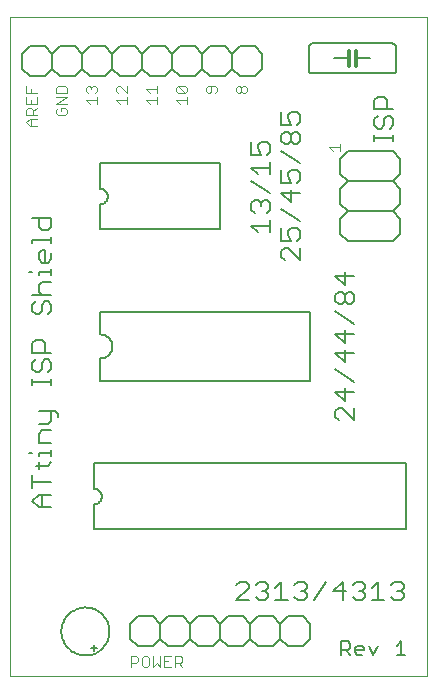
<source format=gto>
G75*
G70*
%OFA0B0*%
%FSLAX24Y24*%
%IPPOS*%
%LPD*%
%AMOC8*
5,1,8,0,0,1.08239X$1,22.5*
%
%ADD10C,0.0000*%
%ADD11C,0.0070*%
%ADD12C,0.0060*%
%ADD13C,0.0040*%
%ADD14C,0.0120*%
D10*
X000247Y000180D02*
X000247Y022176D01*
X014117Y022176D01*
X014117Y000180D01*
X000247Y000180D01*
D11*
X001192Y005815D02*
X000982Y006025D01*
X001192Y006235D01*
X001612Y006235D01*
X001612Y005815D02*
X001192Y005815D01*
X001297Y005815D02*
X001297Y006235D01*
X000982Y006460D02*
X000982Y006880D01*
X000982Y006670D02*
X001612Y006670D01*
X001507Y007209D02*
X001612Y007314D01*
X001507Y007209D02*
X001087Y007209D01*
X001192Y007104D02*
X001192Y007314D01*
X001192Y007534D02*
X001192Y007639D01*
X001612Y007639D01*
X001612Y007534D02*
X001612Y007744D01*
X001612Y007963D02*
X001192Y007963D01*
X001192Y008279D01*
X001297Y008384D01*
X001612Y008384D01*
X001507Y008608D02*
X001612Y008713D01*
X001612Y009028D01*
X001717Y009028D02*
X001822Y008923D01*
X001822Y008818D01*
X001717Y009028D02*
X001192Y009028D01*
X001192Y008608D02*
X001507Y008608D01*
X000982Y007639D02*
X000877Y007639D01*
X000982Y009897D02*
X000982Y010107D01*
X000982Y010002D02*
X001612Y010002D01*
X001612Y009897D02*
X001612Y010107D01*
X001507Y010327D02*
X001612Y010432D01*
X001612Y010642D01*
X001507Y010747D01*
X001402Y010747D01*
X001297Y010642D01*
X001297Y010432D01*
X001192Y010327D01*
X001087Y010327D01*
X000982Y010432D01*
X000982Y010642D01*
X001087Y010747D01*
X000982Y010971D02*
X000982Y011287D01*
X001087Y011392D01*
X001297Y011392D01*
X001402Y011287D01*
X001402Y010971D01*
X001612Y010971D02*
X000982Y010971D01*
X001087Y012260D02*
X001192Y012260D01*
X001297Y012366D01*
X001297Y012576D01*
X001402Y012681D01*
X001507Y012681D01*
X001612Y012576D01*
X001612Y012366D01*
X001507Y012260D01*
X001087Y012260D02*
X000982Y012366D01*
X000982Y012576D01*
X001087Y012681D01*
X000982Y012905D02*
X001612Y012905D01*
X001612Y013325D02*
X001297Y013325D01*
X001192Y013220D01*
X001192Y013010D01*
X001297Y012905D01*
X001192Y013550D02*
X001192Y013655D01*
X001612Y013655D01*
X001612Y013550D02*
X001612Y013760D01*
X001507Y013979D02*
X001297Y013979D01*
X001192Y014084D01*
X001192Y014295D01*
X001297Y014400D01*
X001402Y014400D01*
X001402Y013979D01*
X001507Y013979D02*
X001612Y014084D01*
X001612Y014295D01*
X001612Y014624D02*
X001612Y014834D01*
X001612Y014729D02*
X000982Y014729D01*
X000982Y014624D01*
X001297Y015054D02*
X001192Y015159D01*
X001192Y015474D01*
X000982Y015474D02*
X001612Y015474D01*
X001612Y015159D01*
X001507Y015054D01*
X001297Y015054D01*
X000982Y013655D02*
X000877Y013655D01*
X007887Y003346D02*
X007782Y003240D01*
X007887Y003346D02*
X008097Y003346D01*
X008203Y003240D01*
X008203Y003135D01*
X007782Y002715D01*
X008203Y002715D01*
X008427Y002820D02*
X008532Y002715D01*
X008742Y002715D01*
X008847Y002820D01*
X008847Y002925D01*
X008742Y003030D01*
X008637Y003030D01*
X008742Y003030D02*
X008847Y003135D01*
X008847Y003240D01*
X008742Y003346D01*
X008532Y003346D01*
X008427Y003240D01*
X009071Y003135D02*
X009281Y003346D01*
X009281Y002715D01*
X009071Y002715D02*
X009492Y002715D01*
X009716Y002820D02*
X009821Y002715D01*
X010031Y002715D01*
X010136Y002820D01*
X010136Y002925D01*
X010031Y003030D01*
X009926Y003030D01*
X010031Y003030D02*
X010136Y003135D01*
X010136Y003240D01*
X010031Y003346D01*
X009821Y003346D01*
X009716Y003240D01*
X010360Y002715D02*
X010781Y003346D01*
X011005Y003030D02*
X011425Y003030D01*
X011650Y002820D02*
X011755Y002715D01*
X011965Y002715D01*
X012070Y002820D01*
X012070Y002925D01*
X011965Y003030D01*
X011860Y003030D01*
X011965Y003030D02*
X012070Y003135D01*
X012070Y003240D01*
X011965Y003346D01*
X011755Y003346D01*
X011650Y003240D01*
X011320Y003346D02*
X011320Y002715D01*
X011005Y003030D02*
X011320Y003346D01*
X012294Y003135D02*
X012504Y003346D01*
X012504Y002715D01*
X012294Y002715D02*
X012714Y002715D01*
X012939Y002820D02*
X013044Y002715D01*
X013254Y002715D01*
X013359Y002820D01*
X013359Y002925D01*
X013254Y003030D01*
X013149Y003030D01*
X013254Y003030D02*
X013359Y003135D01*
X013359Y003240D01*
X013254Y003346D01*
X013044Y003346D01*
X012939Y003240D01*
X011712Y008715D02*
X011292Y009135D01*
X011187Y009135D01*
X011082Y009030D01*
X011082Y008820D01*
X011187Y008715D01*
X011397Y009360D02*
X011397Y009780D01*
X011712Y009675D02*
X011082Y009675D01*
X011397Y009360D01*
X011712Y009135D02*
X011712Y008715D01*
X011712Y010004D02*
X011082Y010424D01*
X011397Y010649D02*
X011397Y011069D01*
X011397Y011293D02*
X011397Y011714D01*
X011712Y011608D02*
X011082Y011608D01*
X011397Y011293D01*
X011712Y010964D02*
X011082Y010964D01*
X011397Y010649D01*
X011712Y011938D02*
X011082Y012358D01*
X011187Y012582D02*
X011082Y012687D01*
X011082Y012898D01*
X011187Y013003D01*
X011292Y013003D01*
X011397Y012898D01*
X011397Y012687D01*
X011292Y012582D01*
X011187Y012582D01*
X011397Y012687D02*
X011502Y012582D01*
X011607Y012582D01*
X011712Y012687D01*
X011712Y012898D01*
X011607Y013003D01*
X011502Y013003D01*
X011397Y012898D01*
X011397Y013227D02*
X011397Y013647D01*
X011712Y013542D02*
X011082Y013542D01*
X011397Y013227D01*
X009912Y014059D02*
X009492Y014479D01*
X009387Y014479D01*
X009282Y014374D01*
X009282Y014164D01*
X009387Y014059D01*
X009912Y014059D02*
X009912Y014479D01*
X009807Y014703D02*
X009912Y014808D01*
X009912Y015018D01*
X009807Y015124D01*
X009597Y015124D01*
X009492Y015018D01*
X009492Y014913D01*
X009597Y014703D01*
X009282Y014703D01*
X009282Y015124D01*
X008912Y015202D02*
X008282Y015202D01*
X008492Y014992D01*
X008387Y015637D02*
X008282Y015742D01*
X008282Y015952D01*
X008387Y016057D01*
X008492Y016057D01*
X008597Y015952D01*
X008702Y016057D01*
X008807Y016057D01*
X008912Y015952D01*
X008912Y015742D01*
X008807Y015637D01*
X008912Y015413D02*
X008912Y014992D01*
X009282Y015768D02*
X009912Y015348D01*
X009597Y015992D02*
X009597Y016413D01*
X009597Y016637D02*
X009492Y016847D01*
X009492Y016952D01*
X009597Y017057D01*
X009807Y017057D01*
X009912Y016952D01*
X009912Y016742D01*
X009807Y016637D01*
X009597Y016637D02*
X009282Y016637D01*
X009282Y017057D01*
X008912Y017136D02*
X008282Y017136D01*
X008492Y016926D01*
X008282Y016702D02*
X008912Y016281D01*
X008597Y015952D02*
X008597Y015847D01*
X009282Y016308D02*
X009597Y015992D01*
X009912Y016308D02*
X009282Y016308D01*
X008912Y016926D02*
X008912Y017346D01*
X008807Y017570D02*
X008912Y017676D01*
X008912Y017886D01*
X008807Y017991D01*
X008597Y017991D01*
X008492Y017886D01*
X008492Y017781D01*
X008597Y017570D01*
X008282Y017570D01*
X008282Y017991D01*
X009282Y018031D02*
X009282Y018241D01*
X009387Y018346D01*
X009492Y018346D01*
X009597Y018241D01*
X009597Y018031D01*
X009492Y017926D01*
X009387Y017926D01*
X009282Y018031D01*
X009282Y017702D02*
X009912Y017281D01*
X009807Y017926D02*
X009702Y017926D01*
X009597Y018031D01*
X009597Y018241D02*
X009702Y018346D01*
X009807Y018346D01*
X009912Y018241D01*
X009912Y018031D01*
X009807Y017926D01*
X009807Y018570D02*
X009912Y018676D01*
X009912Y018886D01*
X009807Y018991D01*
X009597Y018991D01*
X009492Y018886D01*
X009492Y018781D01*
X009597Y018570D01*
X009282Y018570D01*
X009282Y018991D01*
X012382Y019089D02*
X012382Y019405D01*
X012487Y019510D01*
X012697Y019510D01*
X012802Y019405D01*
X012802Y019089D01*
X012802Y018865D02*
X012907Y018865D01*
X013012Y018760D01*
X013012Y018550D01*
X012907Y018445D01*
X012697Y018550D02*
X012697Y018760D01*
X012802Y018865D01*
X013012Y019089D02*
X012382Y019089D01*
X012487Y018865D02*
X012382Y018760D01*
X012382Y018550D01*
X012487Y018445D01*
X012592Y018445D01*
X012697Y018550D01*
X013012Y018225D02*
X013012Y018015D01*
X013012Y018120D02*
X012382Y018120D01*
X012382Y018015D02*
X012382Y018225D01*
D12*
X012997Y017680D02*
X013247Y017430D01*
X013247Y016930D01*
X012997Y016680D01*
X011497Y016680D01*
X011247Y016430D01*
X011247Y015930D01*
X011497Y015680D01*
X011247Y015430D01*
X011247Y014930D01*
X011497Y014680D01*
X012997Y014680D01*
X013247Y014930D01*
X013247Y015430D01*
X012997Y015680D01*
X011497Y015680D01*
X011497Y016680D02*
X011247Y016930D01*
X011247Y017430D01*
X011497Y017680D01*
X012997Y017680D01*
X012997Y016680D02*
X013247Y016430D01*
X013247Y015930D01*
X012997Y015680D01*
X010247Y012330D02*
X010247Y010030D01*
X003247Y010030D01*
X003247Y010780D01*
X003286Y010782D01*
X003325Y010788D01*
X003363Y010797D01*
X003400Y010810D01*
X003436Y010827D01*
X003469Y010847D01*
X003501Y010871D01*
X003530Y010897D01*
X003556Y010926D01*
X003580Y010958D01*
X003600Y010991D01*
X003617Y011027D01*
X003630Y011064D01*
X003639Y011102D01*
X003645Y011141D01*
X003647Y011180D01*
X003645Y011219D01*
X003639Y011258D01*
X003630Y011296D01*
X003617Y011333D01*
X003600Y011369D01*
X003580Y011402D01*
X003556Y011434D01*
X003530Y011463D01*
X003501Y011489D01*
X003469Y011513D01*
X003436Y011533D01*
X003400Y011550D01*
X003363Y011563D01*
X003325Y011572D01*
X003286Y011578D01*
X003247Y011580D01*
X003247Y012330D01*
X010247Y012330D01*
X007247Y015080D02*
X007247Y017280D01*
X003247Y017280D01*
X003247Y016430D01*
X003277Y016428D01*
X003307Y016423D01*
X003336Y016414D01*
X003363Y016401D01*
X003389Y016386D01*
X003413Y016367D01*
X003434Y016346D01*
X003453Y016322D01*
X003468Y016296D01*
X003481Y016269D01*
X003490Y016240D01*
X003495Y016210D01*
X003497Y016180D01*
X003495Y016150D01*
X003490Y016120D01*
X003481Y016091D01*
X003468Y016064D01*
X003453Y016038D01*
X003434Y016014D01*
X003413Y015993D01*
X003389Y015974D01*
X003363Y015959D01*
X003336Y015946D01*
X003307Y015937D01*
X003277Y015932D01*
X003247Y015930D01*
X003247Y015080D01*
X007247Y015080D01*
X007397Y020180D02*
X006897Y020180D01*
X006647Y020430D01*
X006397Y020180D01*
X005897Y020180D01*
X005647Y020430D01*
X005397Y020180D01*
X004897Y020180D01*
X004647Y020430D01*
X004397Y020180D01*
X003897Y020180D01*
X003647Y020430D01*
X003397Y020180D01*
X002897Y020180D01*
X002647Y020430D01*
X002397Y020180D01*
X001897Y020180D01*
X001647Y020430D01*
X001397Y020180D01*
X000897Y020180D01*
X000647Y020430D01*
X000647Y020930D01*
X000897Y021180D01*
X001397Y021180D01*
X001647Y020930D01*
X001897Y021180D01*
X002397Y021180D01*
X002647Y020930D01*
X002647Y020430D01*
X002647Y020930D02*
X002897Y021180D01*
X003397Y021180D01*
X003647Y020930D01*
X003897Y021180D01*
X004397Y021180D01*
X004647Y020930D01*
X004897Y021180D01*
X005397Y021180D01*
X005647Y020930D01*
X005647Y020430D01*
X005647Y020930D02*
X005897Y021180D01*
X006397Y021180D01*
X006647Y020930D01*
X006897Y021180D01*
X007397Y021180D01*
X007647Y020930D01*
X007897Y021180D01*
X008397Y021180D01*
X008647Y020930D01*
X008647Y020430D01*
X008397Y020180D01*
X007897Y020180D01*
X007647Y020430D01*
X007397Y020180D01*
X007647Y020430D02*
X007647Y020930D01*
X006647Y020930D02*
X006647Y020430D01*
X004647Y020430D02*
X004647Y020930D01*
X003647Y020930D02*
X003647Y020430D01*
X001647Y020430D02*
X001647Y020930D01*
X010197Y021180D02*
X010197Y020380D01*
X010199Y020363D01*
X010203Y020346D01*
X010210Y020330D01*
X010220Y020316D01*
X010233Y020303D01*
X010247Y020293D01*
X010263Y020286D01*
X010280Y020282D01*
X010297Y020280D01*
X012997Y020280D01*
X013014Y020282D01*
X013031Y020286D01*
X013047Y020293D01*
X013061Y020303D01*
X013074Y020316D01*
X013084Y020330D01*
X013091Y020346D01*
X013095Y020363D01*
X013097Y020380D01*
X013097Y021180D01*
X013095Y021197D01*
X013091Y021214D01*
X013084Y021230D01*
X013074Y021244D01*
X013061Y021257D01*
X013047Y021267D01*
X013031Y021274D01*
X013014Y021278D01*
X012997Y021280D01*
X010297Y021280D01*
X010280Y021278D01*
X010263Y021274D01*
X010247Y021267D01*
X010233Y021257D01*
X010220Y021244D01*
X010210Y021230D01*
X010203Y021214D01*
X010199Y021197D01*
X010197Y021180D01*
X011047Y020780D02*
X011517Y020780D01*
X011767Y020780D02*
X012247Y020780D01*
X013447Y007280D02*
X003047Y007280D01*
X003047Y006430D01*
X003077Y006428D01*
X003107Y006423D01*
X003136Y006414D01*
X003163Y006401D01*
X003189Y006386D01*
X003213Y006367D01*
X003234Y006346D01*
X003253Y006322D01*
X003268Y006296D01*
X003281Y006269D01*
X003290Y006240D01*
X003295Y006210D01*
X003297Y006180D01*
X003295Y006150D01*
X003290Y006120D01*
X003281Y006091D01*
X003268Y006064D01*
X003253Y006038D01*
X003234Y006014D01*
X003213Y005993D01*
X003189Y005974D01*
X003163Y005959D01*
X003136Y005946D01*
X003107Y005937D01*
X003077Y005932D01*
X003047Y005930D01*
X003047Y005080D01*
X013447Y005080D01*
X013447Y007280D01*
X009997Y002180D02*
X010247Y001930D01*
X010247Y001430D01*
X009997Y001180D01*
X009497Y001180D01*
X009247Y001430D01*
X008997Y001180D01*
X008497Y001180D01*
X008247Y001430D01*
X007997Y001180D01*
X007497Y001180D01*
X007247Y001430D01*
X006997Y001180D01*
X006497Y001180D01*
X006247Y001430D01*
X005997Y001180D01*
X005497Y001180D01*
X005247Y001430D01*
X004997Y001180D01*
X004497Y001180D01*
X004247Y001430D01*
X004247Y001930D01*
X004497Y002180D01*
X004997Y002180D01*
X005247Y001930D01*
X005497Y002180D01*
X005997Y002180D01*
X006247Y001930D01*
X006247Y001430D01*
X006247Y001930D02*
X006497Y002180D01*
X006997Y002180D01*
X007247Y001930D01*
X007497Y002180D01*
X007997Y002180D01*
X008247Y001930D01*
X008497Y002180D01*
X008997Y002180D01*
X009247Y001930D01*
X009497Y002180D01*
X009997Y002180D01*
X009247Y001930D02*
X009247Y001430D01*
X008247Y001430D02*
X008247Y001930D01*
X007247Y001930D02*
X007247Y001430D01*
X005247Y001430D02*
X005247Y001930D01*
X003147Y001130D02*
X002947Y001130D01*
X003047Y001230D02*
X003047Y001030D01*
X001947Y001680D02*
X001949Y001736D01*
X001955Y001793D01*
X001965Y001848D01*
X001979Y001903D01*
X001996Y001957D01*
X002018Y002009D01*
X002043Y002059D01*
X002071Y002108D01*
X002103Y002155D01*
X002138Y002199D01*
X002176Y002241D01*
X002217Y002280D01*
X002261Y002315D01*
X002307Y002348D01*
X002355Y002377D01*
X002405Y002403D01*
X002457Y002426D01*
X002511Y002444D01*
X002565Y002459D01*
X002620Y002470D01*
X002676Y002477D01*
X002733Y002480D01*
X002789Y002479D01*
X002846Y002474D01*
X002901Y002465D01*
X002956Y002452D01*
X003010Y002435D01*
X003063Y002415D01*
X003114Y002391D01*
X003163Y002363D01*
X003210Y002332D01*
X003255Y002298D01*
X003298Y002260D01*
X003337Y002220D01*
X003374Y002177D01*
X003407Y002132D01*
X003437Y002084D01*
X003464Y002034D01*
X003487Y001983D01*
X003507Y001930D01*
X003523Y001876D01*
X003535Y001820D01*
X003543Y001765D01*
X003547Y001708D01*
X003547Y001652D01*
X003543Y001595D01*
X003535Y001540D01*
X003523Y001484D01*
X003507Y001430D01*
X003487Y001377D01*
X003464Y001326D01*
X003437Y001276D01*
X003407Y001228D01*
X003374Y001183D01*
X003337Y001140D01*
X003298Y001100D01*
X003255Y001062D01*
X003210Y001028D01*
X003163Y000997D01*
X003114Y000969D01*
X003063Y000945D01*
X003010Y000925D01*
X002956Y000908D01*
X002901Y000895D01*
X002846Y000886D01*
X002789Y000881D01*
X002733Y000880D01*
X002676Y000883D01*
X002620Y000890D01*
X002565Y000901D01*
X002511Y000916D01*
X002457Y000934D01*
X002405Y000957D01*
X002355Y000983D01*
X002307Y001012D01*
X002261Y001045D01*
X002217Y001080D01*
X002176Y001119D01*
X002138Y001161D01*
X002103Y001205D01*
X002071Y001252D01*
X002043Y001301D01*
X002018Y001351D01*
X001996Y001403D01*
X001979Y001457D01*
X001965Y001512D01*
X001955Y001567D01*
X001949Y001624D01*
X001947Y001680D01*
X011275Y001350D02*
X011275Y000910D01*
X011275Y001057D02*
X011495Y001057D01*
X011569Y001130D01*
X011569Y001277D01*
X011495Y001350D01*
X011275Y001350D01*
X011422Y001057D02*
X011569Y000910D01*
X011736Y000983D02*
X011736Y001130D01*
X011809Y001204D01*
X011956Y001204D01*
X012029Y001130D01*
X012029Y001057D01*
X011736Y001057D01*
X011736Y000983D02*
X011809Y000910D01*
X011956Y000910D01*
X012196Y001204D02*
X012343Y000910D01*
X012490Y001204D01*
X013117Y001204D02*
X013264Y001350D01*
X013264Y000910D01*
X013410Y000910D02*
X013117Y000910D01*
D13*
X005981Y000800D02*
X005981Y000680D01*
X005921Y000620D01*
X005740Y000620D01*
X005740Y000500D02*
X005740Y000860D01*
X005921Y000860D01*
X005981Y000800D01*
X005861Y000620D02*
X005981Y000500D01*
X005612Y000500D02*
X005372Y000500D01*
X005372Y000860D01*
X005612Y000860D01*
X005492Y000680D02*
X005372Y000680D01*
X005244Y000500D02*
X005244Y000860D01*
X005124Y000620D02*
X005244Y000500D01*
X005124Y000620D02*
X005004Y000500D01*
X005004Y000860D01*
X004876Y000800D02*
X004876Y000560D01*
X004816Y000500D01*
X004696Y000500D01*
X004636Y000560D01*
X004636Y000800D01*
X004696Y000860D01*
X004816Y000860D01*
X004876Y000800D01*
X004507Y000800D02*
X004507Y000680D01*
X004447Y000620D01*
X004267Y000620D01*
X004267Y000500D02*
X004267Y000860D01*
X004447Y000860D01*
X004507Y000800D01*
X010987Y017700D02*
X010867Y017820D01*
X011227Y017820D01*
X011227Y017700D02*
X011227Y017940D01*
X008127Y019692D02*
X008067Y019632D01*
X008007Y019632D01*
X007947Y019692D01*
X007947Y019812D01*
X008007Y019872D01*
X008067Y019872D01*
X008127Y019812D01*
X008127Y019692D01*
X007947Y019692D02*
X007887Y019632D01*
X007827Y019632D01*
X007767Y019692D01*
X007767Y019812D01*
X007827Y019872D01*
X007887Y019872D01*
X007947Y019812D01*
X007127Y019812D02*
X007067Y019872D01*
X006827Y019872D01*
X006767Y019812D01*
X006767Y019692D01*
X006827Y019632D01*
X006887Y019632D01*
X006947Y019692D01*
X006947Y019872D01*
X007127Y019812D02*
X007127Y019692D01*
X007067Y019632D01*
X006127Y019692D02*
X006067Y019632D01*
X005827Y019872D01*
X006067Y019872D01*
X006127Y019812D01*
X006127Y019692D01*
X006067Y019632D02*
X005827Y019632D01*
X005767Y019692D01*
X005767Y019812D01*
X005827Y019872D01*
X006127Y019504D02*
X006127Y019263D01*
X006127Y019383D02*
X005767Y019383D01*
X005887Y019263D01*
X005127Y019263D02*
X005127Y019504D01*
X005127Y019383D02*
X004767Y019383D01*
X004887Y019263D01*
X004887Y019632D02*
X004767Y019752D01*
X005127Y019752D01*
X005127Y019632D02*
X005127Y019872D01*
X004127Y019872D02*
X004127Y019632D01*
X003887Y019872D01*
X003827Y019872D01*
X003767Y019812D01*
X003767Y019692D01*
X003827Y019632D01*
X003767Y019383D02*
X004127Y019383D01*
X004127Y019263D02*
X004127Y019504D01*
X003887Y019263D02*
X003767Y019383D01*
X003127Y019383D02*
X002767Y019383D01*
X002887Y019263D01*
X003127Y019263D02*
X003127Y019504D01*
X003067Y019632D02*
X003127Y019692D01*
X003127Y019812D01*
X003067Y019872D01*
X003007Y019872D01*
X002947Y019812D01*
X002947Y019752D01*
X002947Y019812D02*
X002887Y019872D01*
X002827Y019872D01*
X002767Y019812D01*
X002767Y019692D01*
X002827Y019632D01*
X002127Y019632D02*
X002127Y019812D01*
X002067Y019872D01*
X001827Y019872D01*
X001767Y019812D01*
X001767Y019632D01*
X002127Y019632D01*
X002127Y019504D02*
X001767Y019504D01*
X001767Y019263D02*
X002127Y019504D01*
X002127Y019263D02*
X001767Y019263D01*
X001827Y019135D02*
X001767Y019075D01*
X001767Y018955D01*
X001827Y018895D01*
X002067Y018895D01*
X002127Y018955D01*
X002127Y019075D01*
X002067Y019135D01*
X001947Y019135D01*
X001947Y019015D01*
X001127Y018895D02*
X000767Y018895D01*
X000767Y019075D01*
X000827Y019135D01*
X000947Y019135D01*
X001007Y019075D01*
X001007Y018895D01*
X001007Y019015D02*
X001127Y019135D01*
X001127Y019263D02*
X001127Y019504D01*
X001127Y019632D02*
X000767Y019632D01*
X000767Y019872D01*
X000947Y019752D02*
X000947Y019632D01*
X000767Y019504D02*
X000767Y019263D01*
X001127Y019263D01*
X000947Y019263D02*
X000947Y019383D01*
X000947Y018767D02*
X000947Y018527D01*
X000887Y018527D02*
X000767Y018647D01*
X000887Y018767D01*
X001127Y018767D01*
X001127Y018527D02*
X000887Y018527D01*
D14*
X011517Y020530D02*
X011517Y020780D01*
X011517Y021030D01*
X011767Y021030D02*
X011767Y020780D01*
X011767Y020530D01*
M02*

</source>
